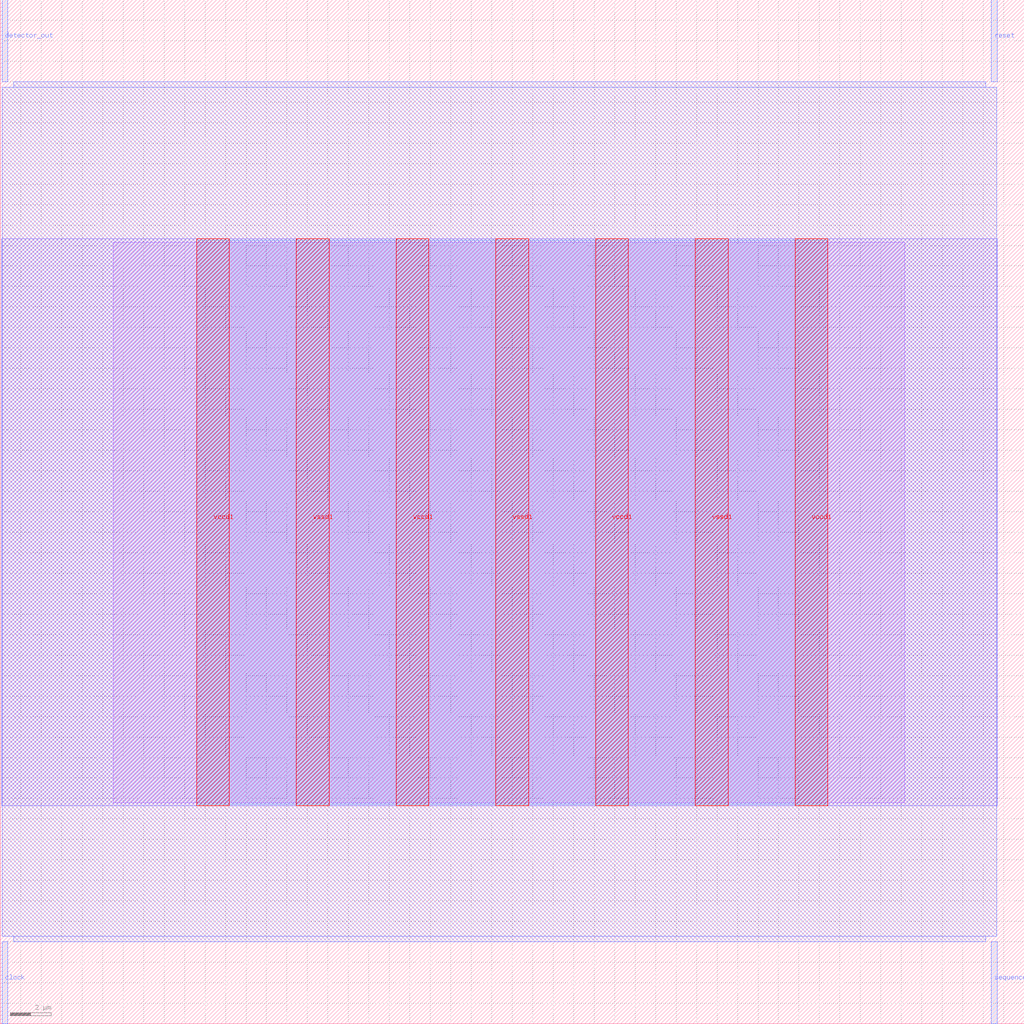
<source format=lef>
VERSION 5.7 ;
  NOWIREEXTENSIONATPIN ON ;
  DIVIDERCHAR "/" ;
  BUSBITCHARS "[]" ;
MACRO iiitb_sd_fsm
  CLASS BLOCK ;
  FOREIGN iiitb_sd_fsm ;
  ORIGIN 0.000 0.000 ;
  SIZE 50.000 BY 50.000 ;
  PIN clock
    DIRECTION INPUT ;
    USE SIGNAL ;
    PORT
      LAYER met2 ;
        RECT 0.090 0.000 0.370 4.000 ;
    END
  END clock
  PIN detector_out
    DIRECTION OUTPUT TRISTATE ;
    USE SIGNAL ;
    PORT
      LAYER met2 ;
        RECT 0.090 46.000 0.370 50.000 ;
    END
  END detector_out
  PIN reset
    DIRECTION INPUT ;
    USE SIGNAL ;
    PORT
      LAYER met2 ;
        RECT 48.390 46.000 48.670 50.000 ;
    END
  END reset
  PIN sequence_in
    DIRECTION INPUT ;
    USE SIGNAL ;
    PORT
      LAYER met2 ;
        RECT 48.390 0.000 48.670 4.000 ;
    END
  END sequence_in
  PIN vccd1
    DIRECTION INOUT ;
    USE POWER ;
    PORT
      LAYER met4 ;
        RECT 9.590 10.640 11.190 38.320 ;
    END
    PORT
      LAYER met4 ;
        RECT 19.330 10.640 20.930 38.320 ;
    END
    PORT
      LAYER met4 ;
        RECT 29.070 10.640 30.670 38.320 ;
    END
    PORT
      LAYER met4 ;
        RECT 38.810 10.640 40.410 38.320 ;
    END
  END vccd1
  PIN vssd1
    DIRECTION INOUT ;
    USE GROUND ;
    PORT
      LAYER met4 ;
        RECT 14.460 10.640 16.060 38.320 ;
    END
    PORT
      LAYER met4 ;
        RECT 24.200 10.640 25.800 38.320 ;
    END
    PORT
      LAYER met4 ;
        RECT 33.940 10.640 35.540 38.320 ;
    END
  END vssd1
  OBS
      LAYER li1 ;
        RECT 5.520 10.795 44.160 38.165 ;
      LAYER met1 ;
        RECT 0.070 10.640 48.690 38.320 ;
      LAYER met2 ;
        RECT 0.650 45.720 48.110 46.000 ;
        RECT 0.100 4.280 48.660 45.720 ;
        RECT 0.650 4.000 48.110 4.280 ;
      LAYER met3 ;
        RECT 9.600 10.715 40.400 38.245 ;
  END
END iiitb_sd_fsm
END LIBRARY


</source>
